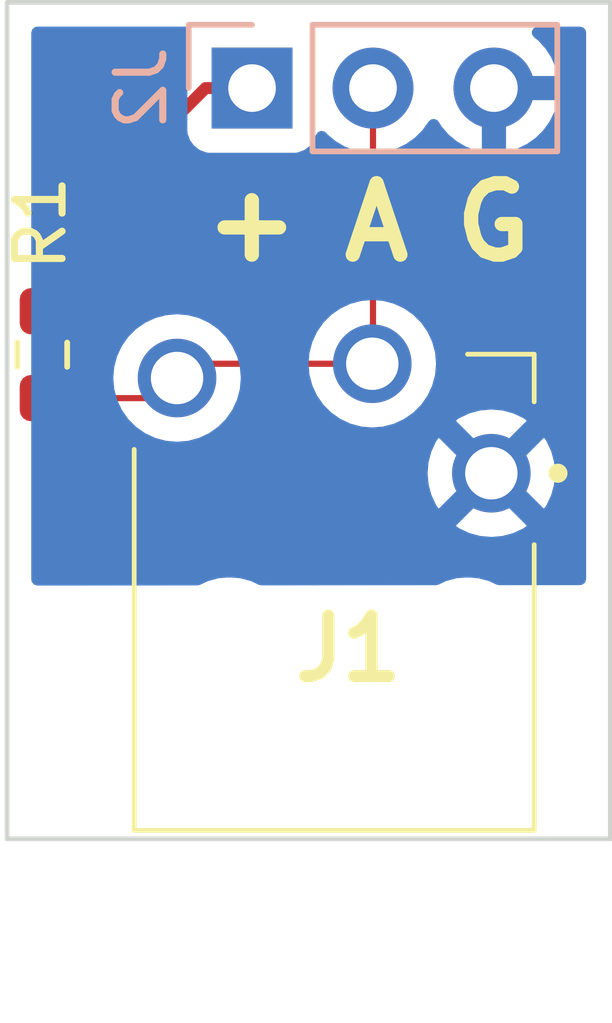
<source format=kicad_pcb>
(kicad_pcb (version 20211014) (generator pcbnew)
  (layers (0 "F.Cu" signal) (31 "B.Cu" signal) (34 "B.Paste" user) (35 "F.Paste" user) (36 "B.SilkS" user "B.Silkscreen") (37 "F.SilkS" user "F.Silkscreen") (38 "B.Mask" user) (39 "F.Mask" user) (44 "Edge.Cuts" user))
  (net 0 "")
  (net 1 "GND")
  (net 2 "AIN")
  (net 3 "+3V3")
  (footprint "footprints:MJ2509N" (layer "F.Cu") (at 117.28 84)
    (fp_text reference "J1" (at 2 2.087) (layer "F.SilkS") (effects (font (size 1.27 1.27) (thickness 0.254))))
    (fp_text value "Conn" hide)
    (fp_line (start -2.5 -2.1) (end -2.5 5.9) (layer "F.SilkS") (width 0.1))
    (fp_line (start 6.4 -1.7) (end 6.4 -1.7) (layer "F.SilkS") (width 0.2))
    (fp_line (start 5.9 5.9) (end 5.9 -0.1) (layer "F.SilkS") (width 0.1))
    (fp_line (start 6.4 -1.5) (end 6.4 -1.5) (layer "F.SilkS") (width 0.2))
    (fp_line (start 5.9 -4.1) (end 5.9 -3.1) (layer "F.SilkS") (width 0.1))
    (fp_line (start 4.5 -4.1) (end 5.9 -4.1) (layer "F.SilkS") (width 0.1))
    (fp_line (start -2.5 5.9) (end 5.9 5.9) (layer "F.SilkS") (width 0.1))
    (fp_arc (start 6.4 -1.5) (mid 6.3 -1.6) (end 6.4 -1.7) (layer "F.SilkS") (width 0.2))
    (fp_arc (start 6.4 -1.7) (mid 6.5 -1.6) (end 6.4 -1.5) (layer "F.SilkS") (width 0.2))
    (pad "" np_thru_hole circle (at -0.5 1.9) (size 1.6 1.6) (drill 1.6) (layers *.Cu *.Mask))
    (pad "" np_thru_hole circle (at 4.5 1.9) (size 1.6 1.6) (drill 1.6) (layers *.Cu *.Mask))
    (pad "1" thru_hole circle (at 5 -1.6) (size 1.65 1.65) (drill 1.1) (layers *.Cu *.Mask) (net 1 "GND"))
    (pad "2" thru_hole circle (at 2.5 -3.9) (size 1.65 1.65) (drill 1.1) (layers *.Cu *.Mask) (net 2 "AIN"))
    (pad "3" thru_hole circle (at -1.6 -3.6) (size 1.65 1.65) (drill 1.1) (layers *.Cu *.Mask) (net 2 "AIN"))
  )
  (footprint "Resistor_SMD:R_0603_1608Metric_Pad0.98x0.95mm_HandSolder" (layer "F.Cu") (at 112.85 79.91 -90)
    (fp_text reference "R1" (at -2.76 0.04 90) (layer "F.SilkS"))
    (fp_text value "1k")
    (fp_line (start -0.254724 0.5225) (end 0.254724 0.5225) (layer "F.SilkS") (width 0.12))
    (fp_line (start -0.254724 -0.5225) (end 0.254724 -0.5225) (layer "F.SilkS") (width 0.12))
    (pad "1" smd roundrect (at -0.9125 0 270) (size 0.975 0.95) (layers "F.Cu" "F.Paste" "F.Mask") (net 3 "+3V3"))
    (pad "2" smd roundrect (at 0.9125 0 270) (size 0.975 0.95) (layers "F.Cu" "F.Paste" "F.Mask") (net 2 "AIN"))
  )
  (footprint "Connector_PinHeader_2.54mm:PinHeader_1x03_P2.54mm_Vertical" (layer "B.Cu") (at 117.255 74.31 -90)
    (fp_text reference "J2" (at 0 2.33 90) (layer "B.SilkS") (effects (justify mirror)))
    (fp_text value "Pinout" hide)
    (fp_line (start -1.33 -6.41) (end 1.33 -6.41) (layer "B.SilkS") (width 0.12))
    (fp_line (start 1.33 -1.27) (end 1.33 -6.41) (layer "B.SilkS") (width 0.12))
    (fp_line (start -1.33 1.33) (end 0 1.33) (layer "B.SilkS") (width 0.12))
    (fp_line (start -1.33 -1.27) (end 1.33 -1.27) (layer "B.SilkS") (width 0.12))
    (fp_line (start -1.33 0) (end -1.33 1.33) (layer "B.SilkS") (width 0.12))
    (fp_line (start -1.33 -1.27) (end -1.33 -6.41) (layer "B.SilkS") (width 0.12))
    (pad "1" thru_hole rect (at 0 0 270) (size 1.7 1.7) (drill 1) (layers *.Cu *.Mask) (net 3 "+3V3"))
    (pad "2" thru_hole oval (at 0 -2.54 270) (size 1.7 1.7) (drill 1) (layers *.Cu *.Mask) (net 2 "AIN"))
    (pad "3" thru_hole oval (at 0 -5.08 270) (size 1.7 1.7) (drill 1) (layers *.Cu *.Mask) (net 1 "GND"))
  )
  (gr_rect (start 112.11 72.51) (end 124.78 90.08) (layer "Edge.Cuts") (width 0.1) (fill none))
  (gr_text "G" (at 122.32 77.13) (layer "F.SilkS") (effects (font (size 1.5 1.5) (thickness 0.3))))
  (gr_text "+" (at 117.25 77.13) (layer "F.SilkS") (effects (font (size 1.5 1.5) (thickness 0.3))))
  (gr_text "A" (at 119.87 77.13) (layer "F.SilkS") (effects (font (size 1.5 1.5) (thickness 0.3))))
  (segment (start 115.98 80.1) (end 115.68 80.4) (width 0.13) (layer "F.Cu") (net 2))
  (segment (start 115.68 80.4) (end 115.2575 80.8225) (width 0.13) (layer "F.Cu") (net 2))
  (segment (start 119.795 74.31) (end 119.795 80.085) (width 0.13) (layer "F.Cu") (net 2))
  (segment (start 115.2575 80.8225) (end 112.85 80.8225) (width 0.13) (layer "F.Cu") (net 2))
  (segment (start 119.78 80.1) (end 115.98 80.1) (width 0.13) (layer "F.Cu") (net 2))
  (segment (start 119.795 80.085) (end 119.78 80.1) (width 0.13) (layer "F.Cu") (net 2))
  (segment (start 117.255 74.31) (end 116.28 74.31) (width 0.25) (layer "F.Cu") (net 3))
  (segment (start 116.28 74.31) (end 112.85 77.74) (width 0.25) (layer "F.Cu") (net 3))
  (segment (start 112.85 77.74) (end 112.85 78.9975) (width 0.25) (layer "F.Cu") (net 3))
  (zone (net 1) (net_name "GND") (layer "B.Cu") (connect_pads (clearance 0.508)) (min_thickness 0.254) (fill yes (thermal_gap 0.508) (thermal_bridge_width 0.508))
    (polygon (pts (xy 124.73 84.75) (xy 112.17 84.76) (xy 112.16 72.56) (xy 124.73 72.56)))
  )
)
</source>
